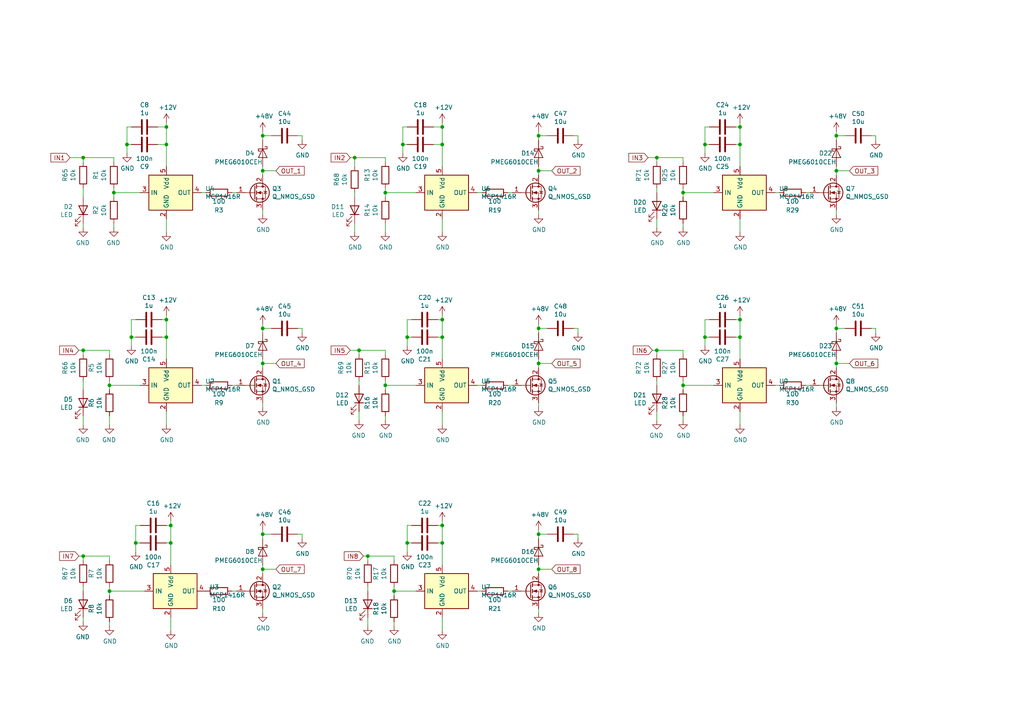
<source format=kicad_sch>
(kicad_sch (version 20230121) (generator eeschema)
  (paper "A4")
  (junction (at 49.53 157.48))
  (junction (at 111.76 55.88))
  (junction (at 76.2 165.1))
  (junction (at 76.2 105.41))
  (junction (at 114.3 171.45))
  (junction (at 242.57 39.37))
  (junction (at 48.26 97.79))
  (junction (at 198.12 111.76))
  (junction (at 24.13 101.6))
  (junction (at 214.63 41.91))
  (junction (at 24.13 161.29))
  (junction (at 214.63 36.83))
  (junction (at 76.2 95.25))
  (junction (at 214.63 92.71))
  (junction (at 118.11 157.48))
  (junction (at 104.14 101.6))
  (junction (at 48.26 36.83))
  (junction (at 102.87 45.72))
  (junction (at 49.53 152.4))
  (junction (at 48.26 92.71))
  (junction (at 242.57 105.41))
  (junction (at 156.21 95.25))
  (junction (at 116.84 41.91))
  (junction (at 118.11 97.79))
  (junction (at 36.83 41.91))
  (junction (at 190.5 45.72))
  (junction (at 76.2 154.94))
  (junction (at 76.2 39.37))
  (junction (at 128.27 157.48))
  (junction (at 128.27 152.4))
  (junction (at 128.27 36.83))
  (junction (at 128.27 97.79))
  (junction (at 156.21 105.41))
  (junction (at 106.68 161.29))
  (junction (at 242.57 95.25))
  (junction (at 111.76 111.76))
  (junction (at 31.75 171.45))
  (junction (at 156.21 49.53))
  (junction (at 242.57 49.53))
  (junction (at 24.13 45.72))
  (junction (at 204.47 97.79))
  (junction (at 204.47 41.91))
  (junction (at 38.1 97.79))
  (junction (at 128.27 92.71))
  (junction (at 156.21 165.1))
  (junction (at 31.75 111.76))
  (junction (at 156.21 39.37))
  (junction (at 39.37 157.48))
  (junction (at 214.63 97.79))
  (junction (at 128.27 41.91))
  (junction (at 198.12 55.88))
  (junction (at 48.26 41.91))
  (junction (at 76.2 49.53))
  (junction (at 33.02 55.88))
  (junction (at 156.21 154.94))
  (junction (at 190.5 101.6))
  (wire (pts (xy 204.47 41.91) (xy 204.47 44.45)))
  (wire (pts (xy 106.68 179.07) (xy 106.68 181.61)))
  (wire (pts (xy 24.13 45.72) (xy 33.02 45.72)))
  (wire (pts (xy 128.27 157.48) (xy 128.27 152.4)))
  (wire (pts (xy 156.21 165.1) (xy 156.21 166.37)))
  (wire (pts (xy 198.12 64.77) (xy 198.12 66.04)))
  (wire (pts (xy 147.32 171.45) (xy 148.59 171.45)))
  (wire (pts (xy 76.2 48.26) (xy 76.2 49.53)))
  (wire (pts (xy 24.13 113.03) (xy 24.13 110.49)))
  (wire (pts (xy 224.79 55.88) (xy 226.06 55.88)))
  (wire (pts (xy 139.7 171.45) (xy 138.43 171.45)))
  (wire (pts (xy 36.83 41.91) (xy 36.83 44.45)))
  (wire (pts (xy 233.68 55.88) (xy 234.95 55.88)))
  (wire (pts (xy 120.65 171.45) (xy 114.3 171.45)))
  (wire (pts (xy 33.02 55.88) (xy 33.02 57.15)))
  (wire (pts (xy 167.64 156.21) (xy 167.64 154.94)))
  (wire (pts (xy 138.43 111.76) (xy 139.7 111.76)))
  (wire (pts (xy 24.13 102.87) (xy 24.13 101.6)))
  (wire (pts (xy 76.2 39.37) (xy 76.2 40.64)))
  (wire (pts (xy 242.57 38.1) (xy 242.57 39.37)))
  (wire (pts (xy 114.3 161.29) (xy 114.3 162.56)))
  (wire (pts (xy 76.2 38.1) (xy 76.2 39.37)))
  (wire (pts (xy 24.13 161.29) (xy 31.75 161.29)))
  (wire (pts (xy 242.57 62.23) (xy 242.57 60.96)))
  (wire (pts (xy 190.5 46.99) (xy 190.5 45.72)))
  (wire (pts (xy 104.14 110.49) (xy 104.14 111.76)))
  (wire (pts (xy 245.11 39.37) (xy 242.57 39.37)))
  (wire (pts (xy 105.41 161.29) (xy 106.68 161.29)))
  (wire (pts (xy 76.2 62.23) (xy 76.2 60.96)))
  (wire (pts (xy 48.26 41.91) (xy 48.26 36.83)))
  (wire (pts (xy 86.36 39.37) (xy 87.63 39.37)))
  (wire (pts (xy 205.74 36.83) (xy 204.47 36.83)))
  (wire (pts (xy 76.2 153.67) (xy 76.2 154.94)))
  (wire (pts (xy 76.2 95.25) (xy 76.2 96.52)))
  (wire (pts (xy 156.21 48.26) (xy 156.21 49.53)))
  (wire (pts (xy 76.2 105.41) (xy 76.2 106.68)))
  (wire (pts (xy 33.02 54.61) (xy 33.02 55.88)))
  (wire (pts (xy 156.21 154.94) (xy 156.21 156.21)))
  (wire (pts (xy 40.64 152.4) (xy 39.37 152.4)))
  (wire (pts (xy 31.75 111.76) (xy 31.75 113.03)))
  (wire (pts (xy 204.47 92.71) (xy 204.47 97.79)))
  (wire (pts (xy 49.53 163.83) (xy 49.53 157.48)))
  (wire (pts (xy 118.11 152.4) (xy 118.11 157.48)))
  (wire (pts (xy 24.13 170.18) (xy 24.13 171.45)))
  (wire (pts (xy 156.21 93.98) (xy 156.21 95.25)))
  (wire (pts (xy 119.38 152.4) (xy 118.11 152.4)))
  (wire (pts (xy 190.5 45.72) (xy 198.12 45.72)))
  (wire (pts (xy 76.2 118.11) (xy 76.2 116.84)))
  (wire (pts (xy 213.36 36.83) (xy 214.63 36.83)))
  (wire (pts (xy 245.11 95.25) (xy 242.57 95.25)))
  (wire (pts (xy 226.06 111.76) (xy 224.79 111.76)))
  (wire (pts (xy 214.63 119.38) (xy 214.63 123.19)))
  (wire (pts (xy 45.72 36.83) (xy 48.26 36.83)))
  (wire (pts (xy 156.21 39.37) (xy 156.21 40.64)))
  (wire (pts (xy 128.27 36.83) (xy 128.27 35.56)))
  (wire (pts (xy 67.31 171.45) (xy 68.58 171.45)))
  (wire (pts (xy 20.32 45.72) (xy 24.13 45.72)))
  (wire (pts (xy 214.63 63.5) (xy 214.63 67.31)))
  (wire (pts (xy 49.53 179.07) (xy 49.53 182.88)))
  (wire (pts (xy 24.13 54.61) (xy 24.13 57.15)))
  (wire (pts (xy 118.11 36.83) (xy 116.84 36.83)))
  (wire (pts (xy 119.38 92.71) (xy 118.11 92.71)))
  (wire (pts (xy 24.13 101.6) (xy 31.75 101.6)))
  (wire (pts (xy 24.13 46.99) (xy 24.13 45.72)))
  (wire (pts (xy 204.47 97.79) (xy 204.47 100.33)))
  (wire (pts (xy 166.37 95.25) (xy 167.64 95.25)))
  (wire (pts (xy 78.74 95.25) (xy 76.2 95.25)))
  (wire (pts (xy 67.31 111.76) (xy 68.58 111.76)))
  (wire (pts (xy 40.64 111.76) (xy 31.75 111.76)))
  (wire (pts (xy 39.37 97.79) (xy 38.1 97.79)))
  (wire (pts (xy 102.87 48.26) (xy 102.87 45.72)))
  (wire (pts (xy 167.64 40.64) (xy 167.64 39.37)))
  (wire (pts (xy 46.99 97.79) (xy 48.26 97.79)))
  (wire (pts (xy 36.83 36.83) (xy 36.83 41.91)))
  (wire (pts (xy 24.13 120.65) (xy 24.13 123.19)))
  (wire (pts (xy 76.2 154.94) (xy 76.2 156.21)))
  (wire (pts (xy 128.27 41.91) (xy 128.27 36.83)))
  (wire (pts (xy 111.76 64.77) (xy 111.76 67.31)))
  (wire (pts (xy 87.63 156.21) (xy 87.63 154.94)))
  (wire (pts (xy 156.21 49.53) (xy 156.21 50.8)))
  (wire (pts (xy 87.63 96.52) (xy 87.63 95.25)))
  (wire (pts (xy 31.75 110.49) (xy 31.75 111.76)))
  (wire (pts (xy 48.26 157.48) (xy 49.53 157.48)))
  (wire (pts (xy 114.3 171.45) (xy 114.3 172.72)))
  (wire (pts (xy 190.5 119.38) (xy 190.5 121.92)))
  (wire (pts (xy 111.76 45.72) (xy 111.76 46.99)))
  (wire (pts (xy 41.91 171.45) (xy 31.75 171.45)))
  (wire (pts (xy 242.57 105.41) (xy 242.57 106.68)))
  (wire (pts (xy 104.14 102.87) (xy 104.14 101.6)))
  (wire (pts (xy 254 96.52) (xy 254 95.25)))
  (wire (pts (xy 242.57 49.53) (xy 246.38 49.53)))
  (wire (pts (xy 156.21 38.1) (xy 156.21 39.37)))
  (wire (pts (xy 198.12 55.88) (xy 198.12 57.15)))
  (wire (pts (xy 242.57 49.53) (xy 242.57 50.8)))
  (wire (pts (xy 118.11 157.48) (xy 118.11 160.02)))
  (wire (pts (xy 128.27 48.26) (xy 128.27 41.91)))
  (wire (pts (xy 166.37 154.94) (xy 167.64 154.94)))
  (wire (pts (xy 242.57 118.11) (xy 242.57 116.84)))
  (wire (pts (xy 40.64 55.88) (xy 33.02 55.88)))
  (wire (pts (xy 198.12 101.6) (xy 198.12 102.87)))
  (wire (pts (xy 120.65 55.88) (xy 111.76 55.88)))
  (wire (pts (xy 254 40.64) (xy 254 39.37)))
  (wire (pts (xy 138.43 55.88) (xy 139.7 55.88)))
  (wire (pts (xy 101.6 101.6) (xy 104.14 101.6)))
  (wire (pts (xy 125.73 36.83) (xy 128.27 36.83)))
  (wire (pts (xy 111.76 54.61) (xy 111.76 55.88)))
  (wire (pts (xy 205.74 92.71) (xy 204.47 92.71)))
  (wire (pts (xy 24.13 64.77) (xy 24.13 66.04)))
  (wire (pts (xy 38.1 36.83) (xy 36.83 36.83)))
  (wire (pts (xy 156.21 118.11) (xy 156.21 116.84)))
  (wire (pts (xy 38.1 41.91) (xy 36.83 41.91)))
  (wire (pts (xy 147.32 111.76) (xy 148.59 111.76)))
  (wire (pts (xy 214.63 97.79) (xy 214.63 92.71)))
  (wire (pts (xy 158.75 95.25) (xy 156.21 95.25)))
  (wire (pts (xy 114.3 170.18) (xy 114.3 171.45)))
  (wire (pts (xy 111.76 120.65) (xy 111.76 121.92)))
  (wire (pts (xy 127 157.48) (xy 128.27 157.48)))
  (wire (pts (xy 213.36 92.71) (xy 214.63 92.71)))
  (wire (pts (xy 198.12 120.65) (xy 198.12 121.92)))
  (wire (pts (xy 102.87 45.72) (xy 111.76 45.72)))
  (wire (pts (xy 67.31 55.88) (xy 68.58 55.88)))
  (wire (pts (xy 104.14 101.6) (xy 111.76 101.6)))
  (wire (pts (xy 120.65 111.76) (xy 111.76 111.76)))
  (wire (pts (xy 31.75 101.6) (xy 31.75 102.87)))
  (wire (pts (xy 114.3 180.34) (xy 114.3 181.61)))
  (wire (pts (xy 76.2 177.8) (xy 76.2 176.53)))
  (wire (pts (xy 190.5 54.61) (xy 190.5 55.88)))
  (wire (pts (xy 127 97.79) (xy 128.27 97.79)))
  (wire (pts (xy 204.47 36.83) (xy 204.47 41.91)))
  (wire (pts (xy 111.76 55.88) (xy 111.76 57.15)))
  (wire (pts (xy 233.68 111.76) (xy 234.95 111.76)))
  (wire (pts (xy 106.68 161.29) (xy 114.3 161.29)))
  (wire (pts (xy 101.6 45.72) (xy 102.87 45.72)))
  (wire (pts (xy 48.26 152.4) (xy 49.53 152.4)))
  (wire (pts (xy 118.11 41.91) (xy 116.84 41.91)))
  (wire (pts (xy 31.75 120.65) (xy 31.75 123.19)))
  (wire (pts (xy 119.38 157.48) (xy 118.11 157.48)))
  (wire (pts (xy 58.42 111.76) (xy 59.69 111.76)))
  (wire (pts (xy 158.75 39.37) (xy 156.21 39.37)))
  (wire (pts (xy 214.63 36.83) (xy 214.63 35.56)))
  (wire (pts (xy 198.12 54.61) (xy 198.12 55.88)))
  (wire (pts (xy 76.2 105.41) (xy 80.01 105.41)))
  (wire (pts (xy 147.32 55.88) (xy 148.59 55.88)))
  (wire (pts (xy 24.13 179.07) (xy 24.13 180.34)))
  (wire (pts (xy 167.64 96.52) (xy 167.64 95.25)))
  (wire (pts (xy 128.27 152.4) (xy 128.27 151.13)))
  (wire (pts (xy 48.26 104.14) (xy 48.26 97.79)))
  (wire (pts (xy 198.12 45.72) (xy 198.12 46.99)))
  (wire (pts (xy 118.11 92.71) (xy 118.11 97.79)))
  (wire (pts (xy 242.57 39.37) (xy 242.57 40.64)))
  (wire (pts (xy 38.1 97.79) (xy 38.1 100.33)))
  (wire (pts (xy 45.72 41.91) (xy 48.26 41.91)))
  (wire (pts (xy 39.37 92.71) (xy 38.1 92.71)))
  (wire (pts (xy 207.01 55.88) (xy 198.12 55.88)))
  (wire (pts (xy 86.36 95.25) (xy 87.63 95.25)))
  (wire (pts (xy 76.2 163.83) (xy 76.2 165.1)))
  (wire (pts (xy 156.21 105.41) (xy 160.02 105.41)))
  (wire (pts (xy 125.73 41.91) (xy 128.27 41.91)))
  (wire (pts (xy 252.73 39.37) (xy 254 39.37)))
  (wire (pts (xy 22.86 101.6) (xy 24.13 101.6)))
  (wire (pts (xy 127 92.71) (xy 128.27 92.71)))
  (wire (pts (xy 127 152.4) (xy 128.27 152.4)))
  (wire (pts (xy 33.02 64.77) (xy 33.02 66.04)))
  (wire (pts (xy 24.13 162.56) (xy 24.13 161.29)))
  (wire (pts (xy 242.57 93.98) (xy 242.57 95.25)))
  (wire (pts (xy 205.74 41.91) (xy 204.47 41.91)))
  (wire (pts (xy 207.01 111.76) (xy 198.12 111.76)))
  (wire (pts (xy 190.5 110.49) (xy 190.5 111.76)))
  (wire (pts (xy 31.75 180.34) (xy 31.75 181.61)))
  (wire (pts (xy 78.74 154.94) (xy 76.2 154.94)))
  (wire (pts (xy 48.26 92.71) (xy 48.26 91.44)))
  (wire (pts (xy 22.86 161.29) (xy 24.13 161.29)))
  (wire (pts (xy 48.26 48.26) (xy 48.26 41.91)))
  (wire (pts (xy 31.75 170.18) (xy 31.75 171.45)))
  (wire (pts (xy 48.26 63.5) (xy 48.26 67.31)))
  (wire (pts (xy 38.1 92.71) (xy 38.1 97.79)))
  (wire (pts (xy 214.63 104.14) (xy 214.63 97.79)))
  (wire (pts (xy 59.69 55.88) (xy 58.42 55.88)))
  (wire (pts (xy 187.96 45.72) (xy 190.5 45.72)))
  (wire (pts (xy 158.75 154.94) (xy 156.21 154.94)))
  (wire (pts (xy 190.5 101.6) (xy 198.12 101.6)))
  (wire (pts (xy 128.27 104.14) (xy 128.27 97.79)))
  (wire (pts (xy 242.57 95.25) (xy 242.57 96.52)))
  (wire (pts (xy 166.37 39.37) (xy 167.64 39.37)))
  (wire (pts (xy 76.2 104.14) (xy 76.2 105.41)))
  (wire (pts (xy 252.73 95.25) (xy 254 95.25)))
  (wire (pts (xy 128.27 63.5) (xy 128.27 67.31)))
  (wire (pts (xy 190.5 102.87) (xy 190.5 101.6)))
  (wire (pts (xy 128.27 179.07) (xy 128.27 182.88)))
  (wire (pts (xy 102.87 55.88) (xy 102.87 57.15)))
  (wire (pts (xy 156.21 49.53) (xy 160.02 49.53)))
  (wire (pts (xy 156.21 104.14) (xy 156.21 105.41)))
  (wire (pts (xy 128.27 97.79) (xy 128.27 92.71)))
  (wire (pts (xy 189.23 101.6) (xy 190.5 101.6)))
  (wire (pts (xy 242.57 104.14) (xy 242.57 105.41)))
  (wire (pts (xy 49.53 152.4) (xy 49.53 151.13)))
  (wire (pts (xy 86.36 154.94) (xy 87.63 154.94)))
  (wire (pts (xy 156.21 165.1) (xy 160.02 165.1)))
  (wire (pts (xy 156.21 105.41) (xy 156.21 106.68)))
  (wire (pts (xy 156.21 163.83) (xy 156.21 165.1)))
  (wire (pts (xy 242.57 48.26) (xy 242.57 49.53)))
  (wire (pts (xy 104.14 119.38) (xy 104.14 121.92)))
  (wire (pts (xy 111.76 110.49) (xy 111.76 111.76)))
  (wire (pts (xy 76.2 165.1) (xy 80.01 165.1)))
  (wire (pts (xy 48.26 36.83) (xy 48.26 35.56)))
  (wire (pts (xy 76.2 49.53) (xy 76.2 50.8)))
  (wire (pts (xy 39.37 152.4) (xy 39.37 157.48)))
  (wire (pts (xy 214.63 48.26) (xy 214.63 41.91)))
  (wire (pts (xy 118.11 97.79) (xy 118.11 100.33)))
  (wire (pts (xy 156.21 153.67) (xy 156.21 154.94)))
  (wire (pts (xy 156.21 177.8) (xy 156.21 176.53)))
  (wire (pts (xy 198.12 111.76) (xy 198.12 113.03)))
  (wire (pts (xy 128.27 163.83) (xy 128.27 157.48)))
  (wire (pts (xy 116.84 41.91) (xy 116.84 44.45)))
  (wire (pts (xy 46.99 92.71) (xy 48.26 92.71)))
  (wire (pts (xy 198.12 110.49) (xy 198.12 111.76)))
  (wire (pts (xy 102.87 64.77) (xy 102.87 67.31)))
  (wire (pts (xy 48.26 119.38) (xy 48.26 123.19)))
  (wire (pts (xy 242.57 105.41) (xy 246.38 105.41)))
  (wire (pts (xy 106.68 170.18) (xy 106.68 171.45)))
  (wire (pts (xy 40.64 157.48) (xy 39.37 157.48)))
  (wire (pts (xy 48.26 97.79) (xy 48.26 92.71)))
  (wire (pts (xy 111.76 101.6) (xy 111.76 102.87)))
  (wire (pts (xy 214.63 41.91) (xy 214.63 36.83)))
  (wire (pts (xy 76.2 165.1) (xy 76.2 166.37)))
  (wire (pts (xy 87.63 40.64) (xy 87.63 39.37)))
  (wire (pts (xy 214.63 92.71) (xy 214.63 91.44)))
  (wire (pts (xy 128.27 119.38) (xy 128.27 123.19)))
  (wire (pts (xy 119.38 97.79) (xy 118.11 97.79)))
  (wire (pts (xy 31.75 161.29) (xy 31.75 162.56)))
  (wire (pts (xy 213.36 97.79) (xy 214.63 97.79)))
  (wire (pts (xy 111.76 111.76) (xy 111.76 113.03)))
  (wire (pts (xy 213.36 41.91) (xy 214.63 41.91)))
  (wire (pts (xy 156.21 62.23) (xy 156.21 60.96)))
  (wire (pts (xy 76.2 49.53) (xy 80.01 49.53)))
  (wire (pts (xy 31.75 171.45) (xy 31.75 172.72)))
  (wire (pts (xy 76.2 93.98) (xy 76.2 95.25)))
  (wire (pts (xy 49.53 157.48) (xy 49.53 152.4)))
  (wire (pts (xy 205.74 97.79) (xy 204.47 97.79)))
  (wire (pts (xy 190.5 63.5) (xy 190.5 66.04)))
  (wire (pts (xy 116.84 36.83) (xy 116.84 41.91)))
  (wire (pts (xy 39.37 157.48) (xy 39.37 160.02)))
  (wire (pts (xy 78.74 39.37) (xy 76.2 39.37)))
  (wire (pts (xy 156.21 95.25) (xy 156.21 96.52)))
  (wire (pts (xy 106.68 161.29) (xy 106.68 162.56)))
  (wire (pts (xy 33.02 45.72) (xy 33.02 46.99)))
  (wire (pts (xy 128.27 92.71) (xy 128.27 91.44)))
  (global_label "IN7" (shape input) (at 22.86 161.29 180) (property "Intersheetrefs" "${INTERSHEET_REFS}" (effects hide)))
  (global_label "IN1" (shape input) (at 20.32 45.72 180) (property "Intersheetrefs" "${INTERSHEET_REFS}" (effects hide)))
  (global_label "OUT_7" (shape input) (at 80.01 165.1 0) (property "Intersheetrefs" "${INTERSHEET_REFS}" (effects hide)))
  (global_label "OUT_3" (shape input) (at 246.38 49.53 0) (property "Intersheetrefs" "${INTERSHEET_REFS}" (effects hide)))
  (global_label "IN5" (shape input) (at 101.6 101.6 180) (property "Intersheetrefs" "${INTERSHEET_REFS}" (effects hide)))
  (global_label "OUT_5" (shape input) (at 160.02 105.41 0) (property "Intersheetrefs" "${INTERSHEET_REFS}" (effects hide)))
  (global_label "IN3" (shape input) (at 187.96 45.72 180) (property "Intersheetrefs" "${INTERSHEET_REFS}" (effects hide)))
  (global_label "IN8" (shape input) (at 105.41 161.29 180) (property "Intersheetrefs" "${INTERSHEET_REFS}" (effects hide)))
  (global_label "OUT_4" (shape input) (at 80.01 105.41 0) (property "Intersheetrefs" "${INTERSHEET_REFS}" (effects hide)))
  (global_label "IN4" (shape input) (at 22.86 101.6 180) (property "Intersheetrefs" "${INTERSHEET_REFS}" (effects hide)))
  (global_label "OUT_8" (shape input) (at 160.02 165.1 0) (property "Intersheetrefs" "${INTERSHEET_REFS}" (effects hide)))
  (global_label "IN2" (shape input) (at 101.6 45.72 180) (property "Intersheetrefs" "${INTERSHEET_REFS}" (effects hide)))
  (global_label "OUT_2" (shape input) (at 160.02 49.53 0) (property "Intersheetrefs" "${INTERSHEET_REFS}" (effects hide)))
  (global_label "OUT_1" (shape input) (at 80.01 49.53 0) (property "Intersheetrefs" "${INTERSHEET_REFS}" (effects hide)))
  (global_label "OUT_6" (shape input) (at 246.38 105.41 0) (property "Intersheetrefs" "${INTERSHEET_REFS}" (effects hide)))
  (global_label "IN6" (shape input) (at 189.23 101.6 180) (property "Intersheetrefs" "${INTERSHEET_REFS}" (effects hide)))
  (symbol (lib_id "Device:R") (at 33.02 60.96 180) (unit 1)
    (property "Reference" "R2" (at 27.7622 60.96 90))
    (property "Value" "10k" (at 30.0736 60.96 90))
    (property "Footprint" "Resistor_SMD:R_0603_1608Metric" (effects hide))
    (property "Hersteller Nr." "RCG060310K0FKEA" (effects hide))
    (property "Mouser Nr." "71-RCG060310K0FKEA" (effects hide))
  )
  (symbol (lib_id "Device:R") (at 33.02 50.8 180) (unit 1)
    (property "Reference" "R1" (at 27.7622 50.8 90))
    (property "Value" "10k" (at 30.0736 50.8 90))
    (property "Footprint" "Resistor_SMD:R_0603_1608Metric" (effects hide))
    (property "Hersteller Nr." "RCG060310K0FKEA" (effects hide))
    (property "Mouser Nr." "71-RCG060310K0FKEA" (effects hide))
  )
  (symbol (lib_id "power:GND") (at 24.13 66.04 0) (mirror y) (unit 1)
    (property "Reference" "#PWR0112" (effects hide))
    (property "Value" "GND" (at 24.003 70.4342 0))
  )
  (symbol (lib_id "Device:LED") (at 24.13 60.96 270) (mirror x) (unit 1)
    (property "Reference" "D2" (at 21.1582 59.9694 90) (effects (justify right)))
    (property "Value" "LED" (at 21.1582 62.2808 90) (effects (justify right)))
    (property "Footprint" "LED_SMD:LED_0603_1608Metric" (effects hide))
    (property "Hersteller Nr." "150060VS55040" (effects hide))
    (property "Mouser Nr." "710-150060VS55040" (effects hide))
  )
  (symbol (lib_id "Device:Q_NMOS_GDS") (at 73.66 55.88 0) (unit 1)
    (property "Reference" "Q3" (at 78.8924 54.7116 0) (effects (justify left)))
    (property "Value" "Q_NMOS_GSD" (at 78.8924 57.023 0) (effects (justify left)))
    (property "Footprint" "Package_TO_SOT_SMD:TO-252-2" (effects hide))
    (property "Datasheet" "https://www.diodes.com/assets/Datasheets/DMN10H220LK3.pdf" (effects hide))
    (property "Hersteller Nr." "DMN10H220LK3-13" (effects hide))
    (property "Mouser Nr." "621-DMN10H220LK3-13" (effects hide))
  )
  (symbol (lib_id "Diode:PMEG6010CEH") (at 76.2 44.45 270) (unit 1)
    (property "Reference" "D4" (at 71.12 44.45 90) (effects (justify left)))
    (property "Value" "PMEG6010CEH" (at 62.23 46.99 90) (effects (justify left)))
    (property "Footprint" "MK_Footprints:D_SOD_128_2" (effects hide))
    (property "Datasheet" "https://assets.nexperia.com/documents/data-sheet/PMEG6010CEH_PMEG6010CEJ.pdf" (effects hide))
    (property "Hersteller Nr." "PMEG6010CEH-QX" (effects hide))
    (property "Mouser Nr." "771-PMEG6010CEH-QX" (effects hide))
  )
  (symbol (lib_id "power:GND") (at 76.2 62.23 0) (unit 1)
    (property "Reference" "#PWR0109" (effects hide))
    (property "Value" "GND" (at 76.327 66.6242 0))
  )
  (symbol (lib_id "power:GND") (at 48.26 67.31 0) (unit 1)
    (property "Reference" "#PWR0110" (effects hide))
    (property "Value" "GND" (at 48.387 71.7042 0))
  )
  (symbol (lib_id "Device:R") (at 63.5 55.88 90) (unit 1)
    (property "Reference" "R3" (at 63.5 60.96 90))
    (property "Value" "100" (at 63.5 58.42 90))
    (property "Footprint" "Resistor_SMD:R_0603_1608Metric" (effects hide))
    (property "Hersteller Nr." "CRS0603AFX-1000ELF" (effects hide))
    (property "Mouser Nr." "CRS0603AFX-1000ELF" (effects hide))
  )
  (symbol (lib_id "Device:Q_NMOS_GDS") (at 153.67 55.88 0) (unit 1)
    (property "Reference" "Q4" (at 158.9024 54.7116 0) (effects (justify left)))
    (property "Value" "Q_NMOS_GSD" (at 158.9024 57.023 0) (effects (justify left)))
    (property "Footprint" "Package_TO_SOT_SMD:TO-252-2" (effects hide))
    (property "Datasheet" "https://www.diodes.com/assets/Datasheets/DMN10H220LK3.pdf" (effects hide))
    (property "Hersteller Nr." "DMN10H220LK3-13" (effects hide))
    (property "Mouser Nr." "621-DMN10H220LK3-13" (effects hide))
  )
  (symbol (lib_id "Diode:PMEG6010CEH") (at 156.21 44.45 270) (unit 1)
    (property "Reference" "D14" (at 151.13 44.45 90) (effects (justify left)))
    (property "Value" "PMEG6010CEH" (at 142.24 46.99 90) (effects (justify left)))
    (property "Footprint" "MK_Footprints:D_SOD_128_2" (effects hide))
    (property "Datasheet" "https://assets.nexperia.com/documents/data-sheet/PMEG6010CEH_PMEG6010CEJ.pdf" (effects hide))
    (property "Hersteller Nr." "PMEG6010CEH-QX" (effects hide))
    (property "Mouser Nr." "771-PMEG6010CEH-QX" (effects hide))
  )
  (symbol (lib_id "power:GND") (at 156.21 62.23 0) (unit 1)
    (property "Reference" "#PWR0127" (effects hide))
    (property "Value" "GND" (at 156.337 66.6242 0))
  )
  (symbol (lib_id "Device:R") (at 143.51 55.88 90) (unit 1)
    (property "Reference" "R19" (at 143.51 60.96 90))
    (property "Value" "100" (at 143.51 58.42 90))
    (property "Footprint" "Resistor_SMD:R_0603_1608Metric" (effects hide))
    (property "Hersteller Nr." "CRS0603AFX-1000ELF" (effects hide))
    (property "Mouser Nr." "CRS0603AFX-1000ELF" (effects hide))
  )
  (symbol (lib_id "Device:R") (at 111.76 60.96 180) (unit 1)
    (property "Reference" "R14" (at 106.5022 60.96 90))
    (property "Value" "10k" (at 108.8136 60.96 90))
    (property "Footprint" "Resistor_SMD:R_0603_1608Metric" (effects hide))
    (property "Hersteller Nr." "RCG060310K0FKEA" (effects hide))
    (property "Mouser Nr." "71-RCG060310K0FKEA" (effects hide))
  )
  (symbol (lib_id "Device:R") (at 111.76 50.8 180) (unit 1)
    (property "Reference" "R13" (at 106.5022 50.8 90))
    (property "Value" "10k" (at 108.8136 50.8 90))
    (property "Footprint" "Resistor_SMD:R_0603_1608Metric" (effects hide))
    (property "Hersteller Nr." "RCG060310K0FKEA" (effects hide))
    (property "Mouser Nr." "71-RCG060310K0FKEA" (effects hide))
  )
  (symbol (lib_id "power:GND") (at 102.87 67.31 0) (unit 1)
    (property "Reference" "#PWR0130" (effects hide))
    (property "Value" "GND" (at 102.997 71.7042 0))
  )
  (symbol (lib_id "Device:LED") (at 102.87 60.96 270) (mirror x) (unit 1)
    (property "Reference" "D11" (at 99.8982 59.9694 90) (effects (justify right)))
    (property "Value" "LED" (at 99.8982 62.2808 90) (effects (justify right)))
    (property "Footprint" "LED_SMD:LED_0603_1608Metric" (effects hide))
    (property "Hersteller Nr." "150060VS55040" (effects hide))
    (property "Mouser Nr." "710-150060VS55040" (effects hide))
  )
  (symbol (lib_id "Device:Q_NMOS_GDS") (at 240.03 55.88 0) (unit 1)
    (property "Reference" "Q7" (at 245.2624 54.7116 0) (effects (justify left)))
    (property "Value" "Q_NMOS_GSD" (at 245.2624 57.023 0) (effects (justify left)))
    (property "Footprint" "Package_TO_SOT_SMD:TO-252-2" (effects hide))
    (property "Datasheet" "https://www.diodes.com/assets/Datasheets/DMN10H220LK3.pdf" (effects hide))
    (property "Hersteller Nr." "DMN10H220LK3-13" (effects hide))
    (property "Mouser Nr." "621-DMN10H220LK3-13" (effects hide))
  )
  (symbol (lib_id "power:GND") (at 242.57 62.23 0) (unit 1)
    (property "Reference" "#PWR0134" (effects hide))
    (property "Value" "GND" (at 242.697 66.6242 0))
  )
  (symbol (lib_id "Device:R") (at 229.87 55.88 90) (unit 1)
    (property "Reference" "R29" (at 229.87 60.96 90))
    (property "Value" "100" (at 229.87 58.42 90))
    (property "Footprint" "Resistor_SMD:R_0603_1608Metric" (effects hide))
    (property "Hersteller Nr." "CRS0603AFX-1000ELF" (effects hide))
    (property "Mouser Nr." "CRS0603AFX-1000ELF" (effects hide))
  )
  (symbol (lib_id "Device:R") (at 198.12 60.96 180) (unit 1)
    (property "Reference" "R26" (at 192.8622 60.96 90))
    (property "Value" "10k" (at 195.1736 60.96 90))
    (property "Footprint" "Resistor_SMD:R_0603_1608Metric" (effects hide))
    (property "Hersteller Nr." "RCG060310K0FKEA" (effects hide))
    (property "Mouser Nr." "71-RCG060310K0FKEA" (effects hide))
  )
  (symbol (lib_id "Device:R") (at 198.12 50.8 180) (unit 1)
    (property "Reference" "R25" (at 192.8622 50.8 90))
    (property "Value" "10k" (at 195.1736 50.8 90))
    (property "Footprint" "Resistor_SMD:R_0603_1608Metric" (effects hide))
    (property "Hersteller Nr." "RCG060310K0FKEA" (effects hide))
    (property "Mouser Nr." "71-RCG060310K0FKEA" (effects hide))
  )
  (symbol (lib_id "power:GND") (at 190.5 66.04 0) (unit 1)
    (property "Reference" "#PWR0137" (effects hide))
    (property "Value" "GND" (at 190.627 70.4342 0))
  )
  (symbol (lib_id "Device:LED") (at 190.5 59.69 270) (mirror x) (unit 1)
    (property "Reference" "D20" (at 187.5282 58.6994 90) (effects (justify right)))
    (property "Value" "LED" (at 187.5282 61.0108 90) (effects (justify right)))
    (property "Footprint" "LED_SMD:LED_0603_1608Metric" (effects hide))
    (property "Hersteller Nr." "150060VS55040" (effects hide))
    (property "Mouser Nr." "710-150060VS55040" (effects hide))
  )
  (symbol (lib_id "Device:Q_NMOS_GDS") (at 73.66 111.76 0) (unit 1)
    (property "Reference" "Q1" (at 78.8924 110.5916 0) (effects (justify left)))
    (property "Value" "Q_NMOS_GSD" (at 78.8924 112.903 0) (effects (justify left)))
    (property "Footprint" "Package_TO_SOT_SMD:TO-252-2" (effects hide))
    (property "Datasheet" "https://www.diodes.com/assets/Datasheets/DMN10H220LK3.pdf" (effects hide))
    (property "Hersteller Nr." "DMN10H220LK3-13" (effects hide))
    (property "Mouser Nr." "621-DMN10H220LK3-13" (effects hide))
  )
  (symbol (lib_id "power:GND") (at 76.2 118.11 0) (unit 1)
    (property "Reference" "#PWR0140" (effects hide))
    (property "Value" "GND" (at 76.327 122.5042 0))
  )
  (symbol (lib_id "Device:R") (at 63.5 111.76 90) (unit 1)
    (property "Reference" "R9" (at 63.5 116.84 90))
    (property "Value" "100" (at 63.5 114.3 90))
    (property "Footprint" "Resistor_SMD:R_0603_1608Metric" (effects hide))
    (property "Hersteller Nr." "CRS0603AFX-1000ELF" (effects hide))
    (property "Mouser Nr." "CRS0603AFX-1000ELF" (effects hide))
  )
  (symbol (lib_id "Device:R") (at 31.75 116.84 180) (unit 1)
    (property "Reference" "R6" (at 26.4922 116.84 90))
    (property "Value" "10k" (at 28.8036 116.84 90))
    (property "Footprint" "Resistor_SMD:R_0603_1608Metric" (effects hide))
    (property "Hersteller Nr." "RCG060310K0FKEA" (effects hide))
    (property "Mouser Nr." "71-RCG060310K0FKEA" (effects hide))
  )
  (symbol (lib_id "Device:R") (at 31.75 106.68 180) (unit 1)
    (property "Reference" "R5" (at 26.4922 106.68 90))
    (property "Value" "10k" (at 28.8036 106.68 90))
    (property "Footprint" "Resistor_SMD:R_0603_1608Metric" (effects hide))
    (property "Hersteller Nr." "RCG060310K0FKEA" (effects hide))
    (property "Mouser Nr." "71-RCG060310K0FKEA" (effects hide))
  )
  (symbol (lib_id "power:GND") (at 24.13 123.19 0) (mirror y) (unit 1)
    (property "Reference" "#PWR0144" (effects hide))
    (property "Value" "GND" (at 24.003 127.5842 0))
  )
  (symbol (lib_id "Device:LED") (at 24.13 116.84 270) (mirror x) (unit 1)
    (property "Reference" "D5" (at 21.1582 115.8494 90) (effects (justify right)))
    (property "Value" "LED" (at 21.1582 118.1608 90) (effects (justify right)))
    (property "Footprint" "LED_SMD:LED_0603_1608Metric" (effects hide))
    (property "Hersteller Nr." "150060VS55040" (effects hide))
    (property "Mouser Nr." "710-150060VS55040" (effects hide))
  )
  (symbol (lib_id "Device:Q_NMOS_GDS") (at 153.67 111.76 0) (unit 1)
    (property "Reference" "Q5" (at 158.9024 110.5916 0) (effects (justify left)))
    (property "Value" "Q_NMOS_GSD" (at 158.9024 112.903 0) (effects (justify left)))
    (property "Footprint" "Package_TO_SOT_SMD:TO-252-2" (effects hide))
    (property "Datasheet" "https://www.diodes.com/assets/Datasheets/DMN10H220LK3.pdf" (effects hide))
    (property "Hersteller Nr." "DMN10H220LK3-13" (effects hide))
    (property "Mouser Nr." "621-DMN10H220LK3-13" (effects hide))
  )
  (symbol (lib_id "power:GND") (at 156.21 118.11 0) (unit 1)
    (property "Reference" "#PWR0148" (effects hide))
    (property "Value" "GND" (at 156.337 122.5042 0))
  )
  (symbol (lib_id "Device:R") (at 143.51 111.76 90) (unit 1)
    (property "Reference" "R20" (at 143.51 116.84 90))
    (property "Value" "100" (at 143.51 114.3 90))
    (property "Footprint" "Resistor_SMD:R_0603_1608Metric" (effects hide))
    (property "Hersteller Nr." "CRS0603AFX-1000ELF" (effects hide))
    (property "Mouser Nr." "CRS0603AFX-1000ELF" (effects hide))
  )
  (symbol (lib_id "Device:R") (at 111.76 116.84 180) (unit 1)
    (property "Reference" "R16" (at 106.5022 116.84 90))
    (property "Value" "10k" (at 108.8136 116.84 90))
    (property "Footprint" "Resistor_SMD:R_0603_1608Metric" (effects hide))
    (property "Hersteller Nr." "RCG060310K0FKEA" (effects hide))
    (property "Mouser Nr." "71-RCG060310K0FKEA" (effects hide))
  )
  (symbol (lib_id "Device:R") (at 111.76 106.68 180) (unit 1)
    (property "Reference" "R15" (at 106.5022 106.68 90))
    (property "Value" "10k" (at 108.8136 106.68 90))
    (property "Footprint" "Resistor_SMD:R_0603_1608Metric" (effects hide))
    (property "Hersteller Nr." "RCG060310K0FKEA" (effects hide))
    (property "Mouser Nr." "71-RCG060310K0FKEA" (effects hide))
  )
  (symbol (lib_id "power:GND") (at 104.14 121.92 0) (mirror y) (unit 1)
    (property "Reference" "#PWR0151" (effects hide))
    (property "Value" "GND" (at 104.013 126.3142 0))
  )
  (symbol (lib_id "Device:LED") (at 104.14 115.57 270) (mirror x) (unit 1)
    (property "Reference" "D12" (at 101.1682 114.5794 90) (effects (justify right)))
    (property "Value" "LED" (at 101.1682 116.8908 90) (effects (justify right)))
    (property "Footprint" "LED_SMD:LED_0603_1608Metric" (effects hide))
    (property "Hersteller Nr." "150060VS55040" (effects hide))
    (property "Mouser Nr." "710-150060VS55040" (effects hide))
  )
  (symbol (lib_id "Device:Q_NMOS_GDS") (at 240.03 111.76 0) (unit 1)
    (property "Reference" "Q8" (at 245.2624 110.5916 0) (effects (justify left)))
    (property "Value" "Q_NMOS_GSD" (at 245.2624 112.903 0) (effects (justify left)))
    (property "Footprint" "Package_TO_SOT_SMD:TO-252-2" (effects hide))
    (property "Datasheet" "https://www.diodes.com/assets/Datasheets/DMN10H220LK3.pdf" (effects hide))
    (property "Hersteller Nr." "DMN10H220LK3-13" (effects hide))
    (property "Mouser Nr." "621-DMN10H220LK3-13" (effects hide))
  )
  (symbol (lib_id "power:GND") (at 242.57 118.11 0) (unit 1)
    (property "Reference" "#PWR0154" (effects hide))
    (property "Value" "GND" (at 242.697 122.5042 0))
  )
  (symbol (lib_id "Device:R") (at 229.87 111.76 90) (unit 1)
    (property "Reference" "R30" (at 229.87 116.84 90))
    (property "Value" "100" (at 229.87 114.3 90))
    (property "Footprint" "Resistor_SMD:R_0603_1608Metric" (effects hide))
    (property "Hersteller Nr." "CRS0603AFX-1000ELF" (effects hide))
    (property "Mouser Nr." "CRS0603AFX-1000ELF" (effects hide))
  )
  (symbol (lib_id "Device:R") (at 198.12 116.84 180) (unit 1)
    (property "Reference" "R28" (at 192.8622 116.84 90))
    (property "Value" "10k" (at 195.1736 116.84 90))
    (property "Footprint" "Resistor_SMD:R_0603_1608Metric" (effects hide))
    (property "Hersteller Nr." "RCG060310K0FKEA" (effects hide))
    (property "Mouser Nr." "71-RCG060310K0FKEA" (effects hide))
  )
  (symbol (lib_id "Device:R") (at 198.12 106.68 180) (unit 1)
    (property "Reference" "R27" (at 192.8622 106.68 90))
    (property "Value" "10k" (at 195.1736 106.68 90))
    (property "Footprint" "Resistor_SMD:R_0603_1608Metric" (effects hide))
    (property "Hersteller Nr." "RCG060310K0FKEA" (effects hide))
    (property "Mouser Nr." "71-RCG060310K0FKEA" (effects hide))
  )
  (symbol (lib_id "power:GND") (at 190.5 121.92 0) (mirror y) (unit 1)
    (property "Reference" "#PWR0157" (effects hide))
    (property "Value" "GND" (at 190.373 126.3142 0))
  )
  (symbol (lib_id "Device:LED") (at 190.5 115.57 270) (mirror x) (unit 1)
    (property "Reference" "D21" (at 187.5282 114.5794 90) (effects (justify right)))
    (property "Value" "LED" (at 187.5282 116.8908 90) (effects (justify right)))
    (property "Footprint" "LED_SMD:LED_0603_1608Metric" (effects hide))
    (property "Hersteller Nr." "150060VS55040" (effects hide))
    (property "Mouser Nr." "710-150060VS55040" (effects hide))
  )
  (symbol (lib_id "Device:Q_NMOS_GDS") (at 73.66 171.45 0) (unit 1)
    (property "Reference" "Q2" (at 78.8924 170.2816 0) (effects (justify left)))
    (property "Value" "Q_NMOS_GSD" (at 78.8924 172.593 0) (effects (justify left)))
    (property "Footprint" "Package_TO_SOT_SMD:TO-252-2" (effects hide))
    (property "Datasheet" "https://www.diodes.com/assets/Datasheets/DMN10H220LK3.pdf" (effects hide))
    (property "Hersteller Nr." "DMN10H220LK3-13" (effects hide))
    (property "Mouser Nr." "621-DMN10H220LK3-13" (effects hide))
  )
  (symbol (lib_id "power:GND") (at 76.2 177.8 0) (unit 1)
    (property "Reference" "#PWR0160" (effects hide))
    (property "Value" "GND" (at 76.327 182.1942 0))
  )
  (symbol (lib_id "Device:R") (at 63.5 171.45 90) (unit 1)
    (property "Reference" "R10" (at 63.5 176.53 90))
    (property "Value" "100" (at 63.5 173.99 90))
    (property "Footprint" "Resistor_SMD:R_0603_1608Metric" (effects hide))
    (property "Hersteller Nr." "CRS0603AFX-1000ELF" (effects hide))
    (property "Mouser Nr." "CRS0603AFX-1000ELF" (effects hide))
  )
  (symbol (lib_id "Device:R") (at 31.75 176.53 180) (unit 1)
    (property "Reference" "R8" (at 26.4922 176.53 90))
    (property "Value" "10k" (at 28.8036 176.53 90))
    (property "Footprint" "Resistor_SMD:R_0603_1608Metric" (effects hide))
    (property "Hersteller Nr." "RCG060310K0FKEA" (effects hide))
    (property "Mouser Nr." "71-RCG060310K0FKEA" (effects hide))
  )
  (symbol (lib_id "Device:R") (at 31.75 166.37 180) (unit 1)
    (property "Reference" "R7" (at 26.4922 166.37 90))
    (property "Value" "10k" (at 28.8036 166.37 90))
    (property "Footprint" "Resistor_SMD:R_0603_1608Metric" (effects hide))
    (property "Hersteller Nr." "RCG060310K0FKEA" (effects hide))
    (property "Mouser Nr." "71-RCG060310K0FKEA" (effects hide))
  )
  (symbol (lib_id "power:GND") (at 24.13 180.34 0) (mirror y) (unit 1)
    (property "Reference" "#PWR0163" (effects hide))
    (property "Value" "GND" (at 24.003 184.7342 0))
  )
  (symbol (lib_id "Device:LED") (at 24.13 175.26 270) (mirror x) (unit 1)
    (property "Reference" "D6" (at 21.1582 174.2694 90) (effects (justify right)))
    (property "Value" "LED" (at 21.1582 176.5808 90) (effects (justify right)))
    (property "Footprint" "LED_SMD:LED_0603_1608Metric" (effects hide))
    (property "Hersteller Nr." "150060VS55040" (effects hide))
    (property "Mouser Nr." "710-150060VS55040" (effects hide))
  )
  (symbol (lib_id "Device:Q_NMOS_GDS") (at 153.67 171.45 0) (unit 1)
    (property "Reference" "Q6" (at 158.9024 170.2816 0) (effects (justify left)))
    (property "Value" "Q_NMOS_GSD" (at 158.9024 172.593 0) (effects (justify left)))
    (property "Footprint" "Package_TO_SOT_SMD:TO-252-2" (effects hide))
    (property "Datasheet" "https://www.diodes.com/assets/Datasheets/DMN10H220LK3.pdf" (effects hide))
    (property "Hersteller Nr." "DMN10H220LK3-13" (effects hide))
    (property "Mouser Nr." "621-DMN10H220LK3-13" (effects hide))
  )
  (symbol (lib_id "power:+48V") (at 156.21 153.67 0) (unit 1)
    (property "Reference" "#PWR0164" (effects hide))
    (property "Value" "+48V" (at 156.591 149.2758 0))
  )
  (symbol (lib_id "power:GND") (at 156.21 177.8 0) (unit 1)
    (property "Reference" "#PWR0165" (effects hide))
    (property "Value" "GND" (at 156.337 182.1942 0))
  )
  (symbol (lib_id "Device:R") (at 143.51 171.45 90) (unit 1)
    (property "Reference" "R21" (at 143.51 176.53 90))
    (property "Value" "100" (at 143.51 173.99 90))
    (property "Footprint" "Resistor_SMD:R_0603_1608Metric" (effects hide))
    (property "Hersteller Nr." "CRS0603AFX-1000ELF" (effects hide))
    (property "Mouser Nr." "CRS0603AFX-1000ELF" (effects hide))
  )
  (symbol (lib_id "Device:R") (at 114.3 176.53 180) (unit 1)
    (property "Reference" "R18" (at 109.0422 176.53 90))
    (property "Value" "10k" (at 111.3536 176.53 90))
    (property "Footprint" "Resistor_SMD:R_0603_1608Metric" (effects hide))
    (property "Hersteller Nr." "RCG060310K0FKEA" (effects hide))
    (property "Mouser Nr." "71-RCG060310K0FKEA" (effects hide))
  )
  (symbol (lib_id "Device:R") (at 114.3 166.37 180) (unit 1)
    (property "Reference" "R17" (at 109.0422 166.37 90))
    (property "Value" "10k" (at 111.3536 166.37 90))
    (property "Footprint" "Resistor_SMD:R_0603_1608Metric" (effects hide))
    (property "Hersteller Nr." "RCG060310K0FKEA" (effects hide))
    (property "Mouser Nr." "71-RCG060310K0FKEA" (effects hide))
  )
  (symbol (lib_id "power:GND") (at 106.68 181.61 0) (mirror y) (unit 1)
    (property "Reference" "#PWR0168" (effects hide))
    (property "Value" "GND" (at 106.553 186.0042 0))
  )
  (symbol (lib_id "Device:LED") (at 106.68 175.26 270) (mirror x) (unit 1)
    (property "Reference" "D13" (at 103.7082 174.2694 90) (effects (justify right)))
    (property "Value" "LED" (at 103.7082 176.5808 90) (effects (justify right)))
    (property "Footprint" "LED_SMD:LED_0603_1608Metric" (effects hide))
    (property "Hersteller Nr." "150060VS55040" (effects hide))
    (property "Mouser Nr." "710-150060VS55040" (effects hide))
  )
  (symbol (lib_id "Diode:PMEG6010CEH") (at 242.57 44.45 270) (unit 1)
    (property "Reference" "D22" (at 237.49 44.45 90) (effects (justify left)))
    (property "Value" "PMEG6010CEH" (at 228.6 46.99 90) (effects (justify left)))
    (property "Footprint" "MK_Footprints:D_SOD_128_2" (effects hide))
    (property "Datasheet" "https://assets.nexperia.com/documents/data-sheet/PMEG6010CEH_PMEG6010CEJ.pdf" (effects hide))
    (property "Hersteller Nr." "PMEG6010CEH-QX" (effects hide))
    (property "Mouser Nr." "771-PMEG6010CEH-QX" (effects hide))
  )
  (symbol (lib_id "Diode:PMEG6010CEH") (at 76.2 100.33 270) (unit 1)
    (property "Reference" "D7" (at 71.12 100.33 90) (effects (justify left)))
    (property "Value" "PMEG6010CEH" (at 62.23 102.87 90) (effects (justify left)))
    (property "Footprint" "MK_Footprints:D_SOD_128_2" (effects hide))
    (property "Datasheet" "https://assets.nexperia.com/documents/data-sheet/PMEG6010CEH_PMEG6010CEJ.pdf" (effects hide))
    (property "Hersteller Nr." "PMEG6010CEH-QX" (effects hide))
    (property "Mouser Nr." "771-PMEG6010CEH-QX" (effects hide))
  )
  (symbol (lib_id "Diode:PMEG6010CEH") (at 156.21 100.33 270) (unit 1)
    (property "Reference" "D15" (at 151.13 100.33 90) (effects (justify left)))
    (property "Value" "PMEG6010CEH" (at 142.24 102.87 90) (effects (justify left)))
    (property "Footprint" "MK_Footprints:D_SOD_128_2" (effects hide))
    (property "Datasheet" "https://assets.nexperia.com/documents/data-sheet/PMEG6010CEH_PMEG6010CEJ.pdf" (effects hide))
    (property "Hersteller Nr." "PMEG6010CEH-QX" (effects hide))
    (property "Mouser Nr." "771-PMEG6010CEH-QX" (effects hide))
  )
  (symbol (lib_id "Diode:PMEG6010CEH") (at 242.57 100.33 270) (unit 1)
    (property "Reference" "D23" (at 237.49 100.33 90) (effects (justify left)))
    (property "Value" "PMEG6010CEH" (at 228.6 102.87 90) (effects (justify left)))
    (property "Footprint" "MK_Footprints:D_SOD_128_2" (effects hide))
    (property "Datasheet" "https://assets.nexperia.com/documents/data-sheet/PMEG6010CEH_PMEG6010CEJ.pdf" (effects hide))
    (property "Hersteller Nr." "PMEG6010CEH-QX" (effects hide))
    (property "Mouser Nr." "771-PMEG6010CEH-QX" (effects hide))
  )
  (symbol (lib_id "Diode:PMEG6010CEH") (at 76.2 160.02 270) (unit 1)
    (property "Reference" "D8" (at 71.12 160.02 90) (effects (justify left)))
    (property "Value" "PMEG6010CEH" (at 62.23 162.56 90) (effects (justify left)))
    (property "Footprint" "MK_Footprints:D_SOD_128_2" (effects hide))
    (property "Datasheet" "https://assets.nexperia.com/documents/data-sheet/PMEG6010CEH_PMEG6010CEJ.pdf" (effects hide))
    (property "Hersteller Nr." "PMEG6010CEH-QX" (effects hide))
    (property "Mouser Nr." "771-PMEG6010CEH-QX" (effects hide))
  )
  (symbol (lib_id "Diode:PMEG6010CEH") (at 156.21 160.02 270) (unit 1)
    (property "Reference" "D16" (at 151.13 160.02 90) (effects (justify left)))
    (property "Value" "PMEG6010CEH" (at 142.24 162.56 90) (effects (justify left)))
    (property "Footprint" "MK_Footprints:D_SOD_128_2" (effects hide))
    (property "Datasheet" "https://assets.nexperia.com/documents/data-sheet/PMEG6010CEH_PMEG6010CEJ.pdf" (effects hide))
    (property "Hersteller Nr." "PMEG6010CEH-QX" (effects hide))
    (property "Mouser Nr." "771-PMEG6010CEH-QX" (effects hide))
  )
  (symbol (lib_id "Driver_FET:MCP1416R") (at 48.26 55.88 0) (unit 1)
    (property "Reference" "U4" (at 59.5376 54.7116 0) (effects (justify left)))
    (property "Value" "MCP1416R" (at 59.5376 57.023 0) (effects (justify left)))
    (property "Footprint" "Package_TO_SOT_SMD:SOT-23-5" (effects hide))
    (property "Datasheet" "http://ww1.microchip.com/downloads/en/DeviceDoc/20002092F.pdf" (effects hide))
    (property "Hersteller Nr." "MCP1416RT-E/OT" (effects hide))
    (property "Mouser Nr." "579-MCP1416RT-E/OT" (effects hide))
  )
  (symbol (lib_id "power:GND") (at 48.26 123.19 0) (unit 1)
    (property "Reference" "#PWR0120" (effects hide))
    (property "Value" "GND" (at 48.387 127.5842 0))
  )
  (symbol (lib_id "Driver_FET:MCP1416R") (at 48.26 111.76 0) (unit 1)
    (property "Reference" "U2" (at 59.5376 110.5916 0) (effects (justify left)))
    (property "Value" "MCP1416R" (at 59.5376 112.903 0) (effects (justify left)))
    (property "Footprint" "Package_TO_SOT_SMD:SOT-23-5" (effects hide))
    (property "Datasheet" "http://ww1.microchip.com/downloads/en/DeviceDoc/20002092F.pdf" (effects hide))
    (property "Hersteller Nr." "MCP1416RT-E/OT" (effects hide))
    (property "Mouser Nr." "579-MCP1416RT-E/OT" (effects hide))
  )
  (symbol (lib_id "power:GND") (at 49.53 182.88 0) (unit 1)
    (property "Reference" "#PWR0129" (effects hide))
    (property "Value" "GND" (at 49.657 187.2742 0))
  )
  (symbol (lib_id "Driver_FET:MCP1416R") (at 49.53 171.45 0) (unit 1)
    (property "Reference" "U3" (at 60.8076 170.2816 0) (effects (justify left)))
    (property "Value" "MCP1416R" (at 60.8076 172.593 0) (effects (justify left)))
    (property "Footprint" "Package_TO_SOT_SMD:SOT-23-5" (effects hide))
    (property "Datasheet" "http://ww1.microchip.com/downloads/en/DeviceDoc/20002092F.pdf" (effects hide))
    (property "Hersteller Nr." "MCP1416RT-E/OT" (effects hide))
    (property "Mouser Nr." "579-MCP1416RT-E/OT" (effects hide))
  )
  (symbol (lib_id "power:GND") (at 128.27 182.88 0) (unit 1)
    (property "Reference" "#PWR0136" (effects hide))
    (property "Value" "GND" (at 128.397 187.2742 0))
  )
  (symbol (lib_id "Driver_FET:MCP1416R") (at 128.27 171.45 0) (unit 1)
    (property "Reference" "U7" (at 139.5476 170.2816 0) (effects (justify left)))
    (property "Value" "MCP1416R" (at 139.5476 172.593 0) (effects (justify left)))
    (property "Footprint" "Package_TO_SOT_SMD:SOT-23-5" (effects hide))
    (property "Datasheet" "http://ww1.microchip.com/downloads/en/DeviceDoc/20002092F.pdf" (effects hide))
    (property "Hersteller Nr." "MCP1416RT-E/OT" (effects hide))
    (property "Mouser Nr." "579-MCP1416RT-E/OT" (effects hide))
  )
  (symbol (lib_id "power:GND") (at 128.27 123.19 0) (unit 1)
    (property "Reference" "#PWR0143" (effects hide))
    (property "Value" "GND" (at 128.397 127.5842 0))
  )
  (symbol (lib_id "Driver_FET:MCP1416R") (at 128.27 111.76 0) (unit 1)
    (property "Reference" "U5" (at 139.5476 110.5916 0) (effects (justify left)))
    (property "Value" "MCP1416R" (at 139.5476 112.903 0) (effects (justify left)))
    (property "Footprint" "Package_TO_SOT_SMD:SOT-23-5" (effects hide))
    (property "Datasheet" "http://ww1.microchip.com/downloads/en/DeviceDoc/20002092F.pdf" (effects hide))
    (property "Hersteller Nr." "MCP1416RT-E/OT" (effects hide))
    (property "Mouser Nr." "579-MCP1416RT-E/OT" (effects hide))
  )
  (symbol (lib_id "power:GND") (at 128.27 67.31 0) (unit 1)
    (property "Reference" "#PWR0149" (effects hide))
    (property "Value" "GND" (at 128.397 71.7042 0))
  )
  (symbol (lib_id "Driver_FET:MCP1416R") (at 128.27 55.88 0) (unit 1)
    (property "Reference" "U6" (at 139.5476 54.7116 0) (effects (justify left)))
    (property "Value" "MCP1416R" (at 139.5476 57.023 0) (effects (justify left)))
    (property "Footprint" "Package_TO_SOT_SMD:SOT-23-5" (effects hide))
    (property "Datasheet" "http://ww1.microchip.com/downloads/en/DeviceDoc/20002092F.pdf" (effects hide))
    (property "Hersteller Nr." "MCP1416RT-E/OT" (effects hide))
    (property "Mouser Nr." "579-MCP1416RT-E/OT" (effects hide))
  )
  (symbol (lib_id "power:GND") (at 214.63 67.31 0) (unit 1)
    (property "Reference" "#PWR0155" (effects hide))
    (property "Value" "GND" (at 214.757 71.7042 0))
  )
  (symbol (lib_id "Driver_FET:MCP1416R") (at 214.63 55.88 0) (unit 1)
    (property "Reference" "U8" (at 225.9076 54.7116 0) (effects (justify left)))
    (property "Value" "MCP1416R" (at 225.9076 57.023 0) (effects (justify left)))
    (property "Footprint" "Package_TO_SOT_SMD:SOT-23-5" (effects hide))
    (property "Datasheet" "http://ww1.microchip.com/downloads/en/DeviceDoc/20002092F.pdf" (effects hide))
    (property "Hersteller Nr." "MCP1416RT-E/OT" (effects hide))
    (property "Mouser Nr." "579-MCP1416RT-E/OT" (effects hide))
  )
  (symbol (lib_id "power:+12V") (at 48.26 35.56 0) (unit 1)
    (property "Reference" "#PWR0133" (effects hide))
    (property "Value" "+12V" (at 48.641 31.1658 0))
  )
  (symbol (lib_id "power:GND") (at 214.63 123.19 0) (unit 1)
    (property "Reference" "#PWR0161" (effects hide))
    (property "Value" "GND" (at 214.757 127.5842 0))
  )
  (symbol (lib_id "Driver_FET:MCP1416R") (at 214.63 111.76 0) (unit 1)
    (property "Reference" "U9" (at 225.9076 110.5916 0) (effects (justify left)))
    (property "Value" "MCP1416R" (at 225.9076 112.903 0) (effects (justify left)))
    (property "Footprint" "Package_TO_SOT_SMD:SOT-23-5" (effects hide))
    (property "Datasheet" "http://ww1.microchip.com/downloads/en/DeviceDoc/20002092F.pdf" (effects hide))
    (property "Hersteller Nr." "MCP1416RT-E/OT" (effects hide))
    (property "Mouser Nr." "579-MCP1416RT-E/OT" (effects hide))
  )
  (symbol (lib_id "Device:C") (at 41.91 41.91 270) (unit 1)
    (property "Reference" "C9" (at 41.91 48.3108 90))
    (property "Value" "100n" (at 41.91 45.9994 90))
    (property "Footprint" "Capacitor_SMD:C_0603_1608Metric" (effects hide))
    (property "Hersteller Nr." "885382206004" (effects hide))
    (property "Mouser Nr." "710-885382206004" (effects hide))
  )
  (symbol (lib_id "Device:C") (at 41.91 36.83 270) (unit 1)
    (property "Reference" "C8" (at 41.91 30.4292 90))
    (property "Value" "1u" (at 41.91 32.7406 90))
    (property "Footprint" "Capacitor_SMD:C_0603_1608Metric" (effects hide))
    (property "Hersteller Nr." "CL10B105KA8NNNC" (effects hide))
    (property "Mouser Nr." "187-CL10B105KA8NNNC" (effects hide))
  )
  (symbol (lib_id "power:GND") (at 36.83 44.45 0) (unit 1)
    (property "Reference" "#PWR0128" (effects hide))
    (property "Value" "GND" (at 36.957 48.8442 0))
  )
  (symbol (lib_id "power:+12V") (at 128.27 35.56 0) (unit 1)
    (property "Reference" "#PWR0135" (effects hide))
    (property "Value" "+12V" (at 128.651 31.1658 0))
  )
  (symbol (lib_id "Device:C") (at 121.92 41.91 270) (unit 1)
    (property "Reference" "C19" (at 121.92 48.3108 90))
    (property "Value" "100n" (at 121.92 45.9994 90))
    (property "Footprint" "Capacitor_SMD:C_0603_1608Metric" (effects hide))
    (property "Hersteller Nr." "885382206004" (effects hide))
    (property "Mouser Nr." "710-885382206004" (effects hide))
  )
  (symbol (lib_id "Device:C") (at 121.92 36.83 270) (unit 1)
    (property "Reference" "C18" (at 121.92 30.4292 90))
    (property "Value" "1u" (at 121.92 32.7406 90))
    (property "Footprint" "Capacitor_SMD:C_0603_1608Metric" (effects hide))
    (property "Hersteller Nr." "CL10B105KA8NNNC" (effects hide))
    (property "Mouser Nr." "187-CL10B105KA8NNNC" (effects hide))
  )
  (symbol (lib_id "power:GND") (at 116.84 44.45 0) (unit 1)
    (property "Reference" "#PWR0142" (effects hide))
    (property "Value" "GND" (at 116.967 48.8442 0))
  )
  (symbol (lib_id "Device:R") (at 24.13 50.8 180) (unit 1)
    (property "Reference" "R65" (at 18.8722 50.8 90))
    (property "Value" "10k" (at 21.1836 50.8 90))
    (property "Footprint" "Resistor_SMD:R_0603_1608Metric" (effects hide))
    (property "Hersteller Nr." "RCG060310K0FKEA" (effects hide))
    (property "Mouser Nr." "71-RCG060310K0FKEA" (effects hide))
  )
  (symbol (lib_id "power:+12V") (at 214.63 35.56 0) (unit 1)
    (property "Reference" "#PWR0145" (effects hide))
    (property "Value" "+12V" (at 215.011 31.1658 0))
  )
  (symbol (lib_id "Device:C") (at 209.55 41.91 270) (unit 1)
    (property "Reference" "C25" (at 209.55 48.3108 90))
    (property "Value" "100n" (at 209.55 45.9994 90))
    (property "Footprint" "Capacitor_SMD:C_0603_1608Metric" (effects hide))
    (property "Hersteller Nr." "885382206004" (effects hide))
    (property "Mouser Nr." "710-885382206004" (effects hide))
  )
  (symbol (lib_id "Device:C") (at 209.55 36.83 270) (unit 1)
    (property "Reference" "C24" (at 209.55 30.4292 90))
    (property "Value" "1u" (at 209.55 32.7406 90))
    (property "Footprint" "Capacitor_SMD:C_0603_1608Metric" (effects hide))
    (property "Hersteller Nr." "CL10B105KA8NNNC" (effects hide))
    (property "Mouser Nr." "187-CL10B105KA8NNNC" (effects hide))
  )
  (symbol (lib_id "power:GND") (at 204.47 44.45 0) (unit 1)
    (property "Reference" "#PWR0150" (effects hide))
    (property "Value" "GND" (at 204.597 48.8442 0))
  )
  (symbol (lib_id "power:GND") (at 33.02 66.04 0) (mirror y) (unit 1)
    (property "Reference" "#PWR0233" (effects hide))
    (property "Value" "GND" (at 32.893 70.4342 0))
  )
  (symbol (lib_id "power:+12V") (at 48.26 91.44 0) (unit 1)
    (property "Reference" "#PWR0156" (effects hide))
    (property "Value" "+12V" (at 48.641 87.0458 0))
  )
  (symbol (lib_id "Device:C") (at 43.18 97.79 270) (unit 1)
    (property "Reference" "C14" (at 43.18 104.1908 90))
    (property "Value" "100n" (at 43.18 101.8794 90))
    (property "Footprint" "Capacitor_SMD:C_0603_1608Metric" (effects hide))
    (property "Hersteller Nr." "885382206004" (effects hide))
    (property "Mouser Nr." "710-885382206004" (effects hide))
  )
  (symbol (lib_id "Device:C") (at 43.18 92.71 270) (unit 1)
    (property "Reference" "C13" (at 43.18 86.3092 90))
    (property "Value" "1u" (at 43.18 88.6206 90))
    (property "Footprint" "Capacitor_SMD:C_0603_1608Metric" (effects hide))
    (property "Hersteller Nr." "CL10B105KA8NNNC" (effects hide))
    (property "Mouser Nr." "187-CL10B105KA8NNNC" (effects hide))
  )
  (symbol (lib_id "power:GND") (at 38.1 100.33 0) (unit 1)
    (property "Reference" "#PWR0162" (effects hide))
    (property "Value" "GND" (at 38.227 104.7242 0))
  )
  (symbol (lib_id "power:+12V") (at 128.27 91.44 0) (unit 1)
    (property "Reference" "#PWR0167" (effects hide))
    (property "Value" "+12V" (at 128.651 87.0458 0))
  )
  (symbol (lib_id "Device:C") (at 123.19 97.79 270) (unit 1)
    (property "Reference" "C21" (at 123.19 104.1908 90))
    (property "Value" "100n" (at 123.19 101.8794 90))
    (property "Footprint" "Capacitor_SMD:C_0603_1608Metric" (effects hide))
    (property "Hersteller Nr." "885382206004" (effects hide))
    (property "Mouser Nr." "710-885382206004" (effects hide))
  )
  (symbol (lib_id "Device:C") (at 123.19 92.71 270) (unit 1)
    (property "Reference" "C20" (at 123.19 86.3092 90))
    (property "Value" "1u" (at 123.19 88.6206 90))
    (property "Footprint" "Capacitor_SMD:C_0603_1608Metric" (effects hide))
    (property "Hersteller Nr." "CL10B105KA8NNNC" (effects hide))
    (property "Mouser Nr." "187-CL10B105KA8NNNC" (effects hide))
  )
  (symbol (lib_id "power:GND") (at 118.11 100.33 0) (unit 1)
    (property "Reference" "#PWR0177" (effects hide))
    (property "Value" "GND" (at 118.237 104.7242 0))
  )
  (symbol (lib_id "power:GND") (at 111.76 67.31 0) (unit 1)
    (property "Reference" "#PWR0234" (effects hide))
    (property "Value" "GND" (at 111.887 71.7042 0))
  )
  (symbol (lib_id "power:+12V") (at 214.63 91.44 0) (unit 1)
    (property "Reference" "#PWR0183" (effects hide))
    (property "Value" "+12V" (at 215.011 87.0458 0))
  )
  (symbol (lib_id "Device:C") (at 209.55 97.79 270) (unit 1)
    (property "Reference" "C27" (at 209.55 104.1908 90))
    (property "Value" "100n" (at 209.55 101.8794 90))
    (property "Footprint" "Capacitor_SMD:C_0603_1608Metric" (effects hide))
    (property "Hersteller Nr." "885382206004" (effects hide))
    (property "Mouser Nr." "710-885382206004" (effects hide))
  )
  (symbol (lib_id "Device:C") (at 209.55 92.71 270) (unit 1)
    (property "Reference" "C26" (at 209.55 86.3092 90))
    (property "Value" "1u" (at 209.55 88.6206 90))
    (property "Footprint" "Capacitor_SMD:C_0603_1608Metric" (effects hide))
    (property "Hersteller Nr." "CL10B105KA8NNNC" (effects hide))
    (property "Mouser Nr." "187-CL10B105KA8NNNC" (effects hide))
  )
  (symbol (lib_id "power:GND") (at 204.47 100.33 0) (unit 1)
    (property "Reference" "#PWR0189" (effects hide))
    (property "Value" "GND" (at 204.597 104.7242 0))
  )
  (symbol (lib_id "power:+12V") (at 49.53 151.13 0) (unit 1)
    (property "Reference" "#PWR0195" (effects hide))
    (property "Value" "+12V" (at 49.911 146.7358 0))
  )
  (symbol (lib_id "Device:C") (at 44.45 157.48 270) (unit 1)
    (property "Reference" "C17" (at 44.45 163.8808 90))
    (property "Value" "100n" (at 44.45 161.5694 90))
    (property "Footprint" "Capacitor_SMD:C_0603_1608Metric" (effects hide))
    (property "Hersteller Nr." "885382206004" (effects hide))
    (property "Mouser Nr." "710-885382206004" (effects hide))
  )
  (symbol (lib_id "Device:C") (at 44.45 152.4 270) (unit 1)
    (property "Reference" "C16" (at 44.45 145.9992 90))
    (property "Value" "1u" (at 44.45 148.3106 90))
    (property "Footprint" "Capacitor_SMD:C_0603_1608Metric" (effects hide))
    (property "Hersteller Nr." "CL10B105KA8NNNC" (effects hide))
    (property "Mouser Nr." "187-CL10B105KA8NNNC" (effects hide))
  )
  (symbol (lib_id "power:GND") (at 39.37 160.02 0) (unit 1)
    (property "Reference" "#PWR0201" (effects hide))
    (property "Value" "GND" (at 39.497 164.4142 0))
  )
  (symbol (lib_id "Device:R") (at 102.87 52.07 180) (unit 1)
    (property "Reference" "R68" (at 97.6122 52.07 90))
    (property "Value" "10k" (at 99.9236 52.07 90))
    (property "Footprint" "Resistor_SMD:R_0603_1608Metric" (effects hide))
    (property "Hersteller Nr." "RCG060310K0FKEA" (effects hide))
    (property "Mouser Nr." "71-RCG060310K0FKEA" (effects hide))
  )
  (symbol (lib_id "power:+12V") (at 128.27 151.13 0) (unit 1)
    (property "Reference" "#PWR0207" (effects hide))
    (property "Value" "+12V" (at 128.651 146.7358 0))
  )
  (symbol (lib_id "Device:C") (at 123.19 157.48 270) (unit 1)
    (property "Reference" "C23" (at 123.19 163.8808 90))
    (property "Value" "100n" (at 123.19 161.5694 90))
    (property "Footprint" "Capacitor_SMD:C_0603_1608Metric" (effects hide))
    (property "Hersteller Nr." "885382206004" (effects hide))
    (property "Mouser Nr." "710-885382206004" (effects hide))
  )
  (symbol (lib_id "Device:C") (at 123.19 152.4 270) (unit 1)
    (property "Reference" "C22" (at 123.19 145.9992 90))
    (property "Value" "1u" (at 123.19 148.3106 90))
    (property "Footprint" "Capacitor_SMD:C_0603_1608Metric" (effects hide))
    (property "Hersteller Nr." "CL10B105KA8NNNC" (effects hide))
    (property "Mouser Nr." "187-CL10B105KA8NNNC" (effects hide))
  )
  (symbol (lib_id "power:GND") (at 118.11 160.02 0) (unit 1)
    (property "Reference" "#PWR0212" (effects hide))
    (property "Value" "GND" (at 118.237 164.4142 0))
  )
  (symbol (lib_id "Device:R") (at 104.14 106.68 180) (unit 1)
    (property "Reference" "R69" (at 98.8822 106.68 90))
    (property "Value" "10k" (at 101.1936 106.68 90))
    (property "Footprint" "Resistor_SMD:R_0603_1608Metric" (effects hide))
    (property "Hersteller Nr." "RCG060310K0FKEA" (effects hide))
    (property "Mouser Nr." "71-RCG060310K0FKEA" (effects hide))
  )
  (symbol (lib_id "Device:R") (at 24.13 106.68 180) (unit 1)
    (property "Reference" "R66" (at 18.8722 106.68 90))
    (property "Value" "10k" (at 21.1836 106.68 90))
    (property "Footprint" "Resistor_SMD:R_0603_1608Metric" (effects hide))
    (property "Hersteller Nr." "RCG060310K0FKEA" (effects hide))
    (property "Mouser Nr." "71-RCG060310K0FKEA" (effects hide))
  )
  (symbol (lib_id "Device:R") (at 190.5 106.68 180) (unit 1)
    (property "Reference" "R72" (at 185.2422 106.68 90))
    (property "Value" "10k" (at 187.5536 106.68 90))
    (property "Footprint" "Resistor_SMD:R_0603_1608Metric" (effects hide))
    (property "Hersteller Nr." "RCG060310K0FKEA" (effects hide))
    (property "Mouser Nr." "71-RCG060310K0FKEA" (effects hide))
  )
  (symbol (lib_id "Device:R") (at 24.13 166.37 180) (unit 1)
    (property "Reference" "R67" (at 18.8722 166.37 90))
    (property "Value" "10k" (at 21.1836 166.37 90))
    (property "Footprint" "Resistor_SMD:R_0603_1608Metric" (effects hide))
    (property "Hersteller Nr." "RCG060310K0FKEA" (effects hide))
    (property "Mouser Nr." "71-RCG060310K0FKEA" (effects hide))
  )
  (symbol (lib_id "Device:R") (at 106.68 166.37 180) (unit 1)
    (property "Reference" "R70" (at 101.4222 166.37 90))
    (property "Value" "10k" (at 103.7336 166.37 90))
    (property "Footprint" "Resistor_SMD:R_0603_1608Metric" (effects hide))
    (property "Hersteller Nr." "RCG060310K0FKEA" (effects hide))
    (property "Mouser Nr." "71-RCG060310K0FKEA" (effects hide))
  )
  (symbol (lib_id "Device:R") (at 190.5 50.8 180) (unit 1)
    (property "Reference" "R71" (at 185.2422 50.8 90))
    (property "Value" "10k" (at 187.5536 50.8 90))
    (property "Footprint" "Resistor_SMD:R_0603_1608Metric" (effects hide))
    (property "Hersteller Nr." "RCG060310K0FKEA" (effects hide))
    (property "Mouser Nr." "71-RCG060310K0FKEA" (effects hide))
  )
  (symbol (lib_id "power:GND") (at 198.12 66.04 0) (unit 1)
    (property "Reference" "#PWR0235" (effects hide))
    (property "Value" "GND" (at 198.247 70.4342 0))
  )
  (symbol (lib_id "power:GND") (at 31.75 123.19 0) (mirror y) (unit 1)
    (property "Reference" "#PWR0236" (effects hide))
    (property "Value" "GND" (at 31.623 127.5842 0))
  )
  (symbol (lib_id "power:GND") (at 114.3 181.61 0) (unit 1)
    (property "Reference" "#PWR0237" (effects hide))
    (property "Value" "GND" (at 114.427 186.0042 0))
  )
  (symbol (lib_id "power:+48V") (at 76.2 153.67 0) (unit 1)
    (property "Reference" "#PWR0108" (effects hide))
    (property "Value" "+48V" (at 76.581 149.2758 0))
  )
  (symbol (lib_id "power:+48V") (at 76.2 93.98 0) (unit 1)
    (property "Reference" "#PWR0113" (effects hide))
    (property "Value" "+48V" (at 76.581 89.5858 0))
  )
  (symbol (lib_id "power:GND") (at 31.75 181.61 0) (unit 1)
    (property "Reference" "#PWR0238" (effects hide))
    (property "Value" "GND" (at 31.877 186.0042 0))
  )
  (symbol (lib_id "power:+48V") (at 156.21 93.98 0) (unit 1)
    (property "Reference" "#PWR0126" (effects hide))
    (property "Value" "+48V" (at 156.591 89.5858 0))
  )
  (symbol (lib_id "power:+48V") (at 242.57 93.98 0) (unit 1)
    (property "Reference" "#PWR0131" (effects hide))
    (property "Value" "+48V" (at 242.951 89.5858 0))
  )
  (symbol (lib_id "power:+48V") (at 242.57 38.1 0) (unit 1)
    (property "Reference" "#PWR0132" (effects hide))
    (property "Value" "+48V" (at 242.951 33.7058 0))
  )
  (symbol (lib_id "power:GND") (at 111.76 121.92 0) (unit 1)
    (property "Reference" "#PWR0239" (effects hide))
    (property "Value" "GND" (at 111.887 126.3142 0))
  )
  (symbol (lib_id "power:+48V") (at 156.21 38.1 0) (unit 1)
    (property "Reference" "#PWR0138" (effects hide))
    (property "Value" "+48V" (at 156.591 33.7058 0))
  )
  (symbol (lib_id "power:+48V") (at 76.2 38.1 0) (unit 1)
    (property "Reference" "#PWR0139" (effects hide))
    (property "Value" "+48V" (at 76.581 33.7058 0))
  )
  (symbol (lib_id "power:GND") (at 198.12 121.92 0) (unit 1)
    (property "Reference" "#PWR0240" (effects hide))
    (property "Value" "GND" (at 198.247 126.3142 0))
  )
  (symbol (lib_id "Device:C") (at 82.55 39.37 270) (unit 1)
    (property "Reference" "C44" (at 82.55 32.9692 90))
    (property "Value" "10u" (at 82.55 35.2806 90))
    (property "Footprint" "Capacitor_SMD:C_1210_3225Metric" (effects hide))
    (property "Hersteller Nr." "CL32B106KMVNNWE" (effects hide))
    (property "Mouser Nr." "187-CL32B106KMVNNWE" (effects hide))
  )
  (symbol (lib_id "power:GND") (at 87.63 40.64 0) (unit 1)
    (property "Reference" "#PWR0146" (effects hide))
    (property "Value" "GND" (at 87.757 45.0342 0))
  )
  (symbol (lib_id "Device:C") (at 162.56 39.37 270) (unit 1)
    (property "Reference" "C47" (at 162.56 32.9692 90))
    (property "Value" "10u" (at 162.56 35.2806 90))
    (property "Footprint" "Capacitor_SMD:C_1210_3225Metric" (effects hide))
    (property "Hersteller Nr." "CL32B106KMVNNWE" (effects hide))
    (property "Mouser Nr." "187-CL32B106KMVNNWE" (effects hide))
  )
  (symbol (lib_id "power:GND") (at 167.64 40.64 0) (unit 1)
    (property "Reference" "#PWR0147" (effects hide))
    (property "Value" "GND" (at 167.767 45.0342 0))
  )
  (symbol (lib_id "Device:C") (at 248.92 39.37 270) (unit 1)
    (property "Reference" "C50" (at 248.92 32.9692 90))
    (property "Value" "10u" (at 248.92 35.2806 90))
    (property "Footprint" "Capacitor_SMD:C_1210_3225Metric" (effects hide))
    (property "Hersteller Nr." "CL32B106KMVNNWE" (effects hide))
    (property "Mouser Nr." "187-CL32B106KMVNNWE" (effects hide))
  )
  (symbol (lib_id "power:GND") (at 254 40.64 0) (unit 1)
    (property "Reference" "#PWR0152" (effects hide))
    (property "Value" "GND" (at 254.127 45.0342 0))
  )
  (symbol (lib_id "Device:C") (at 248.92 95.25 270) (unit 1)
    (property "Reference" "C51" (at 248.92 88.8492 90))
    (property "Value" "10u" (at 248.92 91.1606 90))
    (property "Footprint" "Capacitor_SMD:C_1210_3225Metric" (effects hide))
    (property "Hersteller Nr." "CL32B106KMVNNWE" (effects hide))
    (property "Mouser Nr." "187-CL32B106KMVNNWE" (effects hide))
  )
  (symbol (lib_id "power:GND") (at 254 96.52 0) (unit 1)
    (property "Reference" "#PWR0153" (effects hide))
    (property "Value" "GND" (at 254.127 100.9142 0))
  )
  (symbol (lib_id "Device:C") (at 162.56 95.25 270) (unit 1)
    (property "Reference" "C48" (at 162.56 88.8492 90))
    (property "Value" "10u" (at 162.56 91.1606 90))
    (property "Footprint" "Capacitor_SMD:C_1210_3225Metric" (effects hide))
    (property "Hersteller Nr." "CL32B106KMVNNWE" (effects hide))
    (property "Mouser Nr." "187-CL32B106KMVNNWE" (effects hide))
  )
  (symbol (lib_id "power:GND") (at 167.64 96.52 0) (unit 1)
    (property "Reference" "#PWR0158" (effects hide))
    (property "Value" "GND" (at 167.767 100.9142 0))
  )
  (symbol (lib_id "Device:C") (at 82.55 95.25 270) (unit 1)
    (property "Reference" "C45" (at 82.55 88.8492 90))
    (property "Value" "10u" (at 82.55 91.1606 90))
    (property "Footprint" "Capacitor_SMD:C_1210_3225Metric" (effects hide))
    (property "Hersteller Nr." "CL32B106KMVNNWE" (effects hide))
    (property "Mouser Nr." "187-CL32B106KMVNNWE" (effects hide))
  )
  (symbol (lib_id "power:GND") (at 87.63 96.52 0) (unit 1)
    (property "Reference" "#PWR0159" (effects hide))
    (property "Value" "GND" (at 87.757 100.9142 0))
  )
  (symbol (lib_id "Device:C") (at 82.55 154.94 270) (unit 1)
    (property "Reference" "C46" (at 82.55 148.5392 90))
    (property "Value" "10u" (at 82.55 150.8506 90))
    (property "Footprint" "Capacitor_SMD:C_1210_3225Metric" (effects hide))
    (property "Hersteller Nr." "CL32B106KMVNNWE" (effects hide))
    (property "Mouser Nr." "187-CL32B106KMVNNWE" (effects hide))
  )
  (symbol (lib_id "power:GND") (at 87.63 156.21 0) (unit 1)
    (property "Reference" "#PWR0169" (effects hide))
    (property "Value" "GND" (at 87.757 160.6042 0))
  )
  (symbol (lib_id "Device:C") (at 162.56 154.94 270) (unit 1)
    (property "Reference" "C49" (at 162.56 148.5392 90))
    (property "Value" "10u" (at 162.56 150.8506 90))
    (property "Footprint" "Capacitor_SMD:C_1210_3225Metric" (effects hide))
    (property "Hersteller Nr." "CL32B106KMVNNWE" (effects hide))
    (property "Mouser Nr." "187-CL32B106KMVNNWE" (effects hide))
  )
  (symbol (lib_id "power:GND") (at 167.64 156.21 0) (unit 1)
    (property "Reference" "#PWR0170" (effects hide))
    (property "Value" "GND" (at 167.767 160.6042 0))
  )
)
</source>
